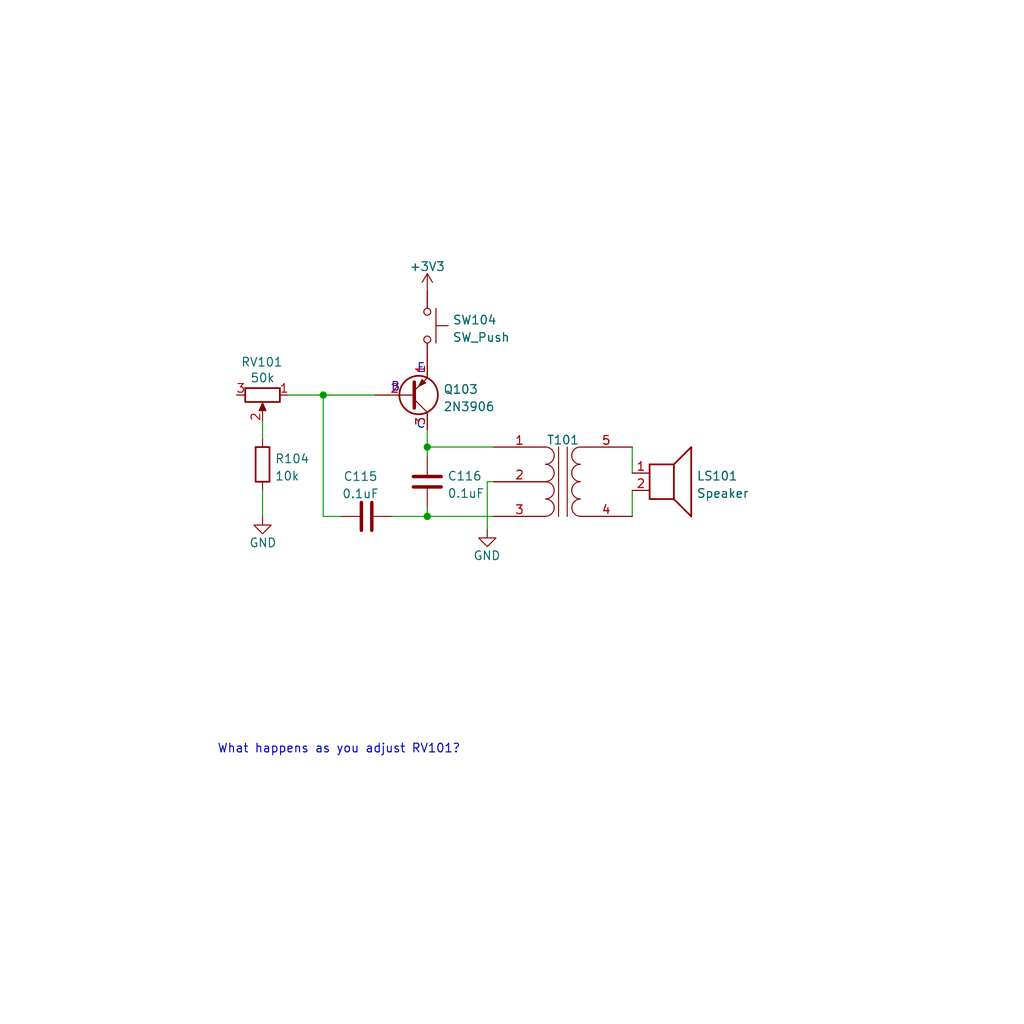
<source format=kicad_sch>
(kicad_sch (version 20211123) (generator eeschema)
  (paper "User" 150.012 150.012)
  (lib_symbols
    (symbol "Device:C" (pin_numbers hide) (pin_names (offset 0.254))
      (property "Reference" "C" (at 0.635 2.54 0))
      (property "Value" "C" (at 0.635 -2.54 0))
      (symbol "C_0_1"
        (polyline (pts (xy -2.032 -0.762) (xy 2.032 -0.762)) (stroke (width 0.508)))
        (polyline (pts (xy -2.032 0.762) (xy 2.032 0.762)) (stroke (width 0.508)))
      )
      (symbol "C_1_1"
        (pin passive line (at 0 3.81 270) (length 2.794) (name "~") (number "1"))
        (pin passive line (at 0 -3.81 90) (length 2.794) (name "~") (number "2"))
      )
    )
    (symbol "Device:R" (pin_numbers hide) (pin_names (offset 0))
      (property "Reference" "R" (at 2.032 0 90))
      (property "Value" "R" (at 0 0 90))
      (symbol "R_0_1"
        (rectangle (start -1.016 -2.54) (end 1.016 2.54) (stroke (width 0.254)))
      )
      (symbol "R_1_1"
        (pin passive line (at 0 3.81 270) (length 1.27) (name "~") (number "1"))
        (pin passive line (at 0 -3.81 90) (length 1.27) (name "~") (number "2"))
      )
    )
    (symbol "Device:R_Potentiometer" (pin_names (offset 1.016) hide)
      (property "Reference" "RV" (at -4.445 0 90))
      (property "Value" "R_Potentiometer" (at -2.54 0 90))
      (symbol "R_Potentiometer_0_1"
        (polyline (pts (xy 2.54 0) (xy 1.524 0)))
        (polyline (pts (xy 1.143 0) (xy 2.286 0.508) (xy 2.286 -0.508) (xy 1.143 0)) (fill (type outline)))
        (rectangle (start 1.016 2.54) (end -1.016 -2.54) (stroke (width 0.254)))
      )
      (symbol "R_Potentiometer_1_1"
        (pin passive line (at 0 3.81 270) (length 1.27) (name "1") (number "1"))
        (pin passive line (at 3.81 0 180) (length 1.27) (name "2") (number "2"))
        (pin passive line (at 0 -3.81 90) (length 1.27) (name "3") (number "3"))
      )
    )
    (symbol "Device:Speaker" (pin_names (offset 0) hide)
      (property "Reference" "LS" (at 1.27 5.715 0))
      (property "Value" "Speaker" (at 1.27 3.81 0))
      (symbol "Speaker_0_0"
        (rectangle (start -2.54 1.27) (end 1.016 -3.81) (stroke (width 0.254)))
        (polyline (pts (xy 1.016 1.27) (xy 3.556 3.81) (xy 3.556 -6.35) (xy 1.016 -3.81)) (stroke (width 0.254)))
      )
      (symbol "Speaker_1_1"
        (pin input line (at -5.08 0 0) (length 2.54) (name "1") (number "1"))
        (pin input line (at -5.08 -2.54 0) (length 2.54) (name "2") (number "2"))
      )
    )
    (symbol "Device:Transformer_SP_1S" (pin_names (offset 1.016) hide)
      (property "Reference" "T" (at 0 6.35 0))
      (property "Value" "Transformer_SP_1S" (at 0 -7.62 0))
      (symbol "Transformer_SP_1S_0_1"
        (arc (start -2.54 -5.0546) (mid -1.6599 -4.6901) (end -1.27 -3.81))
        (arc (start -2.54 -2.5146) (mid -1.6599 -2.1501) (end -1.27 -1.27))
        (arc (start -2.54 0.0254) (mid -1.6599 0.3899) (end -1.27 1.27))
        (arc (start -2.54 2.5654) (mid -1.6599 2.9299) (end -1.27 3.81))
        (arc (start -1.27 -3.81) (mid -1.642 -2.912) (end -2.54 -2.54))
        (arc (start -1.27 -1.27) (mid -1.642 -0.372) (end -2.54 0))
        (arc (start -1.27 1.27) (mid -1.642 2.168) (end -2.54 2.54))
        (arc (start -1.27 3.81) (mid -1.642 4.708) (end -2.54 5.08))
        (polyline (pts (xy -0.635 5.08) (xy -0.635 -5.08)))
        (polyline (pts (xy 0.635 -5.08) (xy 0.635 5.08)))
        (arc (start 1.2954 -1.27) (mid 1.6599 -2.1501) (end 2.54 -2.5146))
        (arc (start 1.2954 1.27) (mid 1.6599 0.3899) (end 2.54 0.0254))
        (arc (start 1.2954 3.81) (mid 1.6599 2.9299) (end 2.54 2.5654))
        (arc (start 1.3208 -3.81) (mid 1.6853 -4.6901) (end 2.5654 -5.0546))
        (arc (start 2.54 0) (mid 1.642 -0.372) (end 1.2954 -1.27))
        (arc (start 2.54 2.54) (mid 1.642 2.168) (end 1.2954 1.27))
        (arc (start 2.54 5.08) (mid 1.642 4.708) (end 1.2954 3.81))
        (arc (start 2.5654 -2.54) (mid 1.6674 -2.912) (end 1.3208 -3.81))
      )
      (symbol "Transformer_SP_1S_1_1"
        (pin passive line (at -10.16 5.08 0) (length 7.62) (name "PR1") (number "1"))
        (pin passive line (at -10.16 0 0) (length 7.62) (name "PM") (number "2"))
        (pin passive line (at -10.16 -5.08 0) (length 7.62) (name "PR2") (number "3"))
        (pin passive line (at 10.16 -5.08 180) (length 7.62) (name "S1") (number "4"))
        (pin passive line (at 10.16 5.08 180) (length 7.62) (name "S2") (number "5"))
      )
    )
    (symbol "Switch:SW_Push" (pin_numbers hide) (pin_names (offset 1.016) hide)
      (property "Reference" "SW" (at 1.27 2.54 0))
      (property "Value" "SW_Push" (at 0 -1.524 0))
      (symbol "SW_Push_0_1"
        (circle (center -2.032 0) (radius 0.508))
        (polyline (pts (xy 0 1.27) (xy 0 3.048)))
        (polyline (pts (xy 2.54 1.27) (xy -2.54 1.27)))
        (circle (center 2.032 0) (radius 0.508))
        (pin passive line (at -5.08 0 0) (length 2.54) (name "1") (number "1"))
        (pin passive line (at 5.08 0 180) (length 2.54) (name "2") (number "2"))
      )
    )
    (symbol "Transistor_BJT:2N3906" (pin_names (offset 0) hide)
      (property "Reference" "Q" (at 5.08 1.905 0))
      (property "Value" "2N3906" (at 5.08 0 0))
      (symbol "2N3906_0_1"
        (polyline (pts (xy 0.635 0.635) (xy 2.54 2.54)))
        (polyline (pts (xy 0.635 -0.635) (xy 2.54 -2.54) (xy 2.54 -2.54)))
        (polyline (pts (xy 0.635 1.905) (xy 0.635 -1.905) (xy 0.635 -1.905)) (stroke (width 0.508)))
        (polyline (pts (xy 2.286 -1.778) (xy 1.778 -2.286) (xy 1.27 -1.27) (xy 2.286 -1.778) (xy 2.286 -1.778)) (fill (type outline)))
        (circle (center 1.27 0) (radius 2.8194) (stroke (width 0.254)))
      )
      (symbol "2N3906_1_1"
        (pin passive line (at 2.54 -5.08 90) (length 2.54) (name "E") (number "1"))
        (pin input line (at -5.08 0 0) (length 5.715) (name "B") (number "2"))
        (pin passive line (at 2.54 5.08 270) (length 2.54) (name "C") (number "3"))
      )
    )
    (symbol "power:+3V3" (power) (pin_names (offset 0))
      (property "Value" "+3V3" (at 0 3.556 0))
      (symbol "+3V3_0_1"
        (polyline (pts (xy -0.762 1.27) (xy 0 2.54)))
        (polyline (pts (xy 0 0) (xy 0 2.54)))
        (polyline (pts (xy 0 2.54) (xy 0.762 1.27)))
      )
      (symbol "+3V3_1_1"
        (pin power_in line (at 0 0 90) (length 0) hide (name "+3V3") (number "1"))
      )
    )
    (symbol "power:GND" (power) (pin_names (offset 0))
      (property "Value" "GND" (at 0 -3.81 0))
      (symbol "GND_0_1"
        (polyline (pts (xy 0 0) (xy 0 -1.27) (xy 1.27 -1.27) (xy 0 -2.54) (xy -1.27 -1.27) (xy 0 -1.27)))
      )
      (symbol "GND_1_1"
        (pin power_in line (at 0 0 270) (length 0) hide (name "GND") (number "1"))
      )
    )
  )
  (junction (at 62.5856 65.4812))
  (junction (at 47.3456 57.8612))
  (junction (at 62.5856 75.6412))
  (wire (pts (xy 54.9656 57.8612) (xy 47.3456 57.8612)))
  (wire (pts (xy 62.5856 66.7512) (xy 62.5856 65.4812)))
  (wire (pts (xy 38.4556 61.6712) (xy 38.4556 64.2112)))
  (wire (pts (xy 47.3456 57.8612) (xy 47.3456 75.6412)))
  (wire (pts (xy 71.374 77.5208) (xy 71.374 70.5612)))
  (wire (pts (xy 62.5856 75.6412) (xy 62.5856 74.3712)))
  (wire (pts (xy 71.374 70.5612) (xy 72.2884 70.5612)))
  (wire (pts (xy 38.4556 75.6412) (xy 38.4556 71.8312)))
  (wire (pts (xy 42.2656 57.8612) (xy 47.3456 57.8612)))
  (wire (pts (xy 72.2884 75.6412) (xy 62.5856 75.6412)))
  (wire (pts (xy 92.6084 69.2912) (xy 92.6084 65.4812)))
  (wire (pts (xy 47.3456 75.6412) (xy 49.8856 75.6412)))
  (wire (pts (xy 62.5856 65.4812) (xy 72.2884 65.4812)))
  (wire (pts (xy 92.6084 75.6412) (xy 92.6084 71.8312)))
  (wire (pts (xy 57.5056 75.6412) (xy 62.5856 75.6412)))
  (wire (pts (xy 62.5856 65.4812) (xy 62.5856 62.9412)))
  (text "C" (at 60.9092 62.992 0) (effects (font (size 1.27 1.27)) (justify left bottom)))
  (text "E" (at 61.0108 54.8132 0) (effects (font (size 1.27 1.27)) (justify left bottom)))
  (text "What happens as you adjust RV101?" (at 31.8008 110.5408 0) (effects (font (size 1.27 1.27)) (justify left bottom)))
  (text "B" (at 57.2008 57.5564 0) (effects (font (size 1.27 1.27)) (justify left bottom)))
  (symbol (lib_id "Switch:SW_Push") (at 62.5856 47.7012 270) (unit 1)
    (property "Reference" "SW104" (at 66.2686 46.8665 90) (effects (justify left)))
    (property "Value" "SW_Push" (at 66.2686 49.4034 90) (effects (justify left)))
  )
  (symbol (lib_id "Device:Speaker") (at 97.6884 69.2912 0) (unit 1)
    (property "Reference" "LS101" (at 102.0064 69.7265 0) (effects (justify left)))
    (property "Value" "Speaker" (at 102.0064 72.2634 0) (effects (justify left)))
  )
  (symbol (lib_id "Device:R") (at 38.4556 68.0212 0) (mirror y) (unit 1)
    (property "Reference" "R104" (at 40.2336 67.1865 0) (effects (justify right)))
    (property "Value" "10k" (at 40.2336 69.7234 0) (effects (justify right)))
  )
  (symbol (lib_id "Device:C") (at 53.6956 75.6412 90) (mirror x) (unit 1)
    (property "Reference" "C115" (at 52.8066 69.7824 90))
    (property "Value" "0.1uF" (at 52.8066 72.3193 90))
  )
  (symbol (lib_id "Transistor_BJT:2N3906") (at 60.0456 57.8612 0) (mirror x) (unit 1)
    (property "Reference" "Q103" (at 64.897 57.0265 0) (effects (justify left)))
    (property "Value" "2N3906" (at 64.897 59.5634 0) (effects (justify left)))
    (property "Footprint" "Package_TO_SOT_THT:TO-92_Inline" (effects hide))
    (property "Datasheet" "https://www.onsemi.com/pub/Collateral/2N3906-D.PDF" (effects hide))
  )
  (symbol (lib_id "Device:R_Potentiometer") (at 38.4556 57.8612 270) (unit 1)
    (property "Reference" "RV101" (at 38.354 53.0352 90))
    (property "Value" "50k" (at 38.4556 55.3466 90))
  )
  (symbol (lib_id "power:+3V3") (at 62.5856 42.6212 0) (unit 1)
    (property "Reference" "#PWR?" (effects hide))
    (property "Value" "+3V3" (at 62.5856 39.0454 0))
  )
  (symbol (lib_id "Device:Transformer_SP_1S") (at 82.4484 70.5612 0) (unit 1)
    (property "Reference" "T101" (at 82.4611 64.4452 0))
    (property "Value" "Transformer_SP_1S" (effects hide))
  )
  (symbol (lib_id "power:GND") (at 38.4556 75.6412 0) (mirror y) (unit 1)
    (property "Reference" "#PWR038" (effects hide))
    (property "Value" "GND" (at 38.5064 79.502 0))
  )
  (symbol (lib_id "power:GND") (at 71.374 77.5208 0) (unit 1)
    (property "Reference" "#PWR040" (effects hide))
    (property "Value" "GND" (at 71.3232 81.3816 0))
  )
  (symbol (lib_id "Device:C") (at 62.5856 70.5612 0) (unit 1)
    (property "Reference" "C116" (at 65.5066 69.7265 0) (effects (justify left)))
    (property "Value" "0.1uF" (at 65.5066 72.2634 0) (effects (justify left)))
  )
)
</source>
